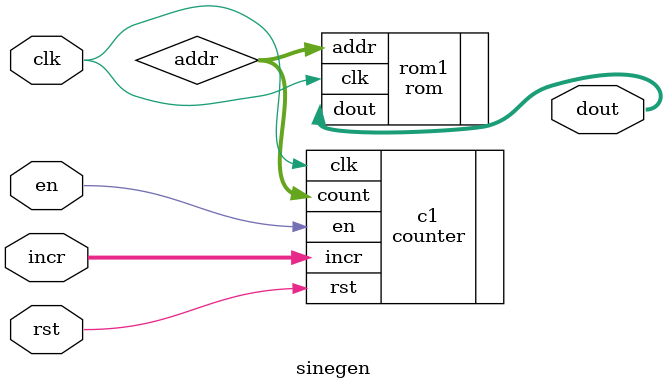
<source format=sv>
module sinegen#(
    parameter   ADDRESS_WIDTH = 8,
    parameter   DATA_WIDTH = 8
)(
    input logic clk,
    input logic en,
    input logic rst,
    input logic [ADDRESS_WIDTH-1:0] incr,
    output logic [DATA_WIDTH-1:0] dout
);

logic [ADDRESS_WIDTH-1:0] addr;

counter #(ADDRESS_WIDTH) c1(
    .clk(clk), 
    .en(en), 
    .rst(rst), 
    .count(addr), .incr(incr));

rom #(ADDRESS_WIDTH, DATA_WIDTH) rom1(
    .clk(clk),
    .addr(addr),
    .dout(dout)
);

endmodule 

</source>
